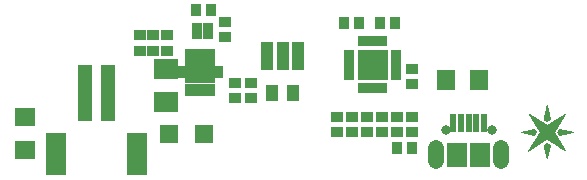
<source format=gbs>
G75*
G70*
%OFA0B0*%
%FSLAX24Y24*%
%IPPOS*%
%LPD*%
%AMOC8*
5,1,8,0,0,1.08239X$1,22.5*
%
%ADD10C,0.0010*%
%ADD11R,0.0198X0.0375*%
%ADD12R,0.0375X0.0198*%
%ADD13R,0.1024X0.1024*%
%ADD14R,0.0197X0.0415*%
%ADD15R,0.1025X0.0730*%
%ADD16R,0.0356X0.0190*%
%ADD17R,0.0592X0.0592*%
%ADD18R,0.0434X0.0356*%
%ADD19R,0.0356X0.0434*%
%ADD20R,0.0395X0.0552*%
%ADD21R,0.0474X0.1891*%
%ADD22R,0.0710X0.1419*%
%ADD23R,0.0710X0.0631*%
%ADD24R,0.0631X0.0710*%
%ADD25R,0.0789X0.0710*%
%ADD26R,0.0237X0.0611*%
%ADD27R,0.0671X0.0828*%
%ADD28C,0.0316*%
%ADD29C,0.0517*%
%ADD30R,0.0330X0.0580*%
%ADD31R,0.0395X0.0946*%
D10*
X021140Y002760D02*
X021580Y002850D01*
X021640Y002760D01*
X021580Y002670D01*
X021140Y002760D01*
X021152Y002758D02*
X021638Y002758D01*
X021636Y002766D02*
X021170Y002766D01*
X021194Y002749D02*
X021633Y002749D01*
X021627Y002741D02*
X021235Y002741D01*
X021211Y002775D02*
X021630Y002775D01*
X021625Y002783D02*
X021253Y002783D01*
X021294Y002792D02*
X021619Y002792D01*
X021613Y002800D02*
X021336Y002800D01*
X021377Y002809D02*
X021608Y002809D01*
X021602Y002817D02*
X021419Y002817D01*
X021460Y002826D02*
X021596Y002826D01*
X021591Y002834D02*
X021502Y002834D01*
X021544Y002843D02*
X021585Y002843D01*
X021621Y002732D02*
X021277Y002732D01*
X021318Y002724D02*
X021616Y002724D01*
X021610Y002715D02*
X021360Y002715D01*
X021401Y002707D02*
X021604Y002707D01*
X021599Y002698D02*
X021443Y002698D01*
X021484Y002690D02*
X021593Y002690D01*
X021587Y002681D02*
X021526Y002681D01*
X021568Y002673D02*
X021582Y002673D01*
X021681Y002605D02*
X022325Y002605D01*
X022320Y002613D02*
X021687Y002613D01*
X021692Y002622D02*
X022315Y002622D01*
X022310Y002630D02*
X021697Y002630D01*
X021703Y002639D02*
X022304Y002639D01*
X022299Y002647D02*
X021708Y002647D01*
X021714Y002656D02*
X022294Y002656D01*
X022289Y002664D02*
X021719Y002664D01*
X021724Y002673D02*
X022284Y002673D01*
X022278Y002681D02*
X021730Y002681D01*
X021735Y002690D02*
X022273Y002690D01*
X022268Y002698D02*
X021741Y002698D01*
X021746Y002707D02*
X022263Y002707D01*
X022258Y002715D02*
X021751Y002715D01*
X021757Y002724D02*
X022252Y002724D01*
X022247Y002732D02*
X021762Y002732D01*
X021768Y002741D02*
X022242Y002741D01*
X022237Y002749D02*
X021773Y002749D01*
X021778Y002758D02*
X022232Y002758D01*
X022230Y002760D02*
X022610Y002140D01*
X022000Y002540D01*
X021380Y002130D01*
X021780Y002760D01*
X021400Y003370D01*
X022000Y002980D01*
X022610Y003360D01*
X022230Y002760D01*
X022234Y002766D02*
X021776Y002766D01*
X021771Y002775D02*
X022239Y002775D01*
X022245Y002783D02*
X021766Y002783D01*
X021760Y002792D02*
X022250Y002792D01*
X022255Y002800D02*
X021755Y002800D01*
X021750Y002809D02*
X022261Y002809D01*
X022266Y002817D02*
X021744Y002817D01*
X021739Y002826D02*
X022272Y002826D01*
X022277Y002834D02*
X021734Y002834D01*
X021729Y002843D02*
X022282Y002843D01*
X022288Y002851D02*
X021723Y002851D01*
X021718Y002860D02*
X022293Y002860D01*
X022298Y002868D02*
X021713Y002868D01*
X021707Y002877D02*
X022304Y002877D01*
X022309Y002885D02*
X021702Y002885D01*
X021697Y002894D02*
X022315Y002894D01*
X022320Y002902D02*
X021692Y002902D01*
X021686Y002911D02*
X022325Y002911D01*
X022331Y002919D02*
X021681Y002919D01*
X021676Y002928D02*
X022336Y002928D01*
X022342Y002936D02*
X021670Y002936D01*
X021665Y002945D02*
X022347Y002945D01*
X022352Y002953D02*
X021660Y002953D01*
X021654Y002962D02*
X022358Y002962D01*
X022363Y002970D02*
X021649Y002970D01*
X021644Y002979D02*
X022368Y002979D01*
X022374Y002987D02*
X022011Y002987D01*
X022025Y002996D02*
X022379Y002996D01*
X022385Y003004D02*
X022039Y003004D01*
X022052Y003013D02*
X022390Y003013D01*
X022395Y003021D02*
X022066Y003021D01*
X022080Y003030D02*
X022401Y003030D01*
X022406Y003038D02*
X022093Y003038D01*
X022107Y003047D02*
X022411Y003047D01*
X022417Y003055D02*
X022120Y003055D01*
X022134Y003064D02*
X022422Y003064D01*
X022428Y003072D02*
X022148Y003072D01*
X022161Y003081D02*
X022433Y003081D01*
X022438Y003089D02*
X022175Y003089D01*
X022189Y003098D02*
X022444Y003098D01*
X022449Y003106D02*
X022202Y003106D01*
X022216Y003115D02*
X022455Y003115D01*
X022460Y003123D02*
X022230Y003123D01*
X022243Y003132D02*
X022465Y003132D01*
X022471Y003140D02*
X022257Y003140D01*
X022271Y003149D02*
X022476Y003149D01*
X022481Y003157D02*
X022284Y003157D01*
X022298Y003166D02*
X022487Y003166D01*
X022492Y003174D02*
X022312Y003174D01*
X022325Y003183D02*
X022498Y003183D01*
X022503Y003191D02*
X022339Y003191D01*
X022352Y003200D02*
X022508Y003200D01*
X022514Y003208D02*
X022366Y003208D01*
X022380Y003217D02*
X022519Y003217D01*
X022525Y003225D02*
X022393Y003225D01*
X022407Y003234D02*
X022530Y003234D01*
X022535Y003242D02*
X022421Y003242D01*
X022434Y003251D02*
X022541Y003251D01*
X022546Y003259D02*
X022448Y003259D01*
X022462Y003268D02*
X022551Y003268D01*
X022557Y003276D02*
X022475Y003276D01*
X022489Y003285D02*
X022562Y003285D01*
X022568Y003293D02*
X022503Y003293D01*
X022516Y003302D02*
X022573Y003302D01*
X022578Y003310D02*
X022530Y003310D01*
X022543Y003319D02*
X022584Y003319D01*
X022589Y003327D02*
X022557Y003327D01*
X022571Y003336D02*
X022595Y003336D01*
X022600Y003344D02*
X022584Y003344D01*
X022598Y003353D02*
X022605Y003353D01*
X022502Y002834D02*
X022409Y002834D01*
X022404Y002826D02*
X022545Y002826D01*
X022588Y002817D02*
X022398Y002817D01*
X022392Y002809D02*
X022632Y002809D01*
X022675Y002800D02*
X022387Y002800D01*
X022381Y002792D02*
X022719Y002792D01*
X022762Y002783D02*
X022375Y002783D01*
X022370Y002775D02*
X022806Y002775D01*
X022824Y002749D02*
X022367Y002749D01*
X022362Y002758D02*
X022867Y002758D01*
X022880Y002760D02*
X022420Y002850D01*
X022360Y002760D01*
X022420Y002670D01*
X022880Y002760D01*
X022849Y002766D02*
X022364Y002766D01*
X022373Y002741D02*
X022781Y002741D01*
X022737Y002732D02*
X022379Y002732D01*
X022384Y002724D02*
X022694Y002724D01*
X022650Y002715D02*
X022390Y002715D01*
X022396Y002707D02*
X022607Y002707D01*
X022563Y002698D02*
X022401Y002698D01*
X022407Y002690D02*
X022520Y002690D01*
X022476Y002681D02*
X022413Y002681D01*
X022418Y002673D02*
X022433Y002673D01*
X022330Y002596D02*
X021676Y002596D01*
X021671Y002588D02*
X022336Y002588D01*
X022341Y002579D02*
X021665Y002579D01*
X021660Y002571D02*
X022346Y002571D01*
X022351Y002562D02*
X021654Y002562D01*
X021649Y002554D02*
X022357Y002554D01*
X022362Y002545D02*
X021644Y002545D01*
X021638Y002537D02*
X021995Y002537D01*
X022005Y002537D02*
X022367Y002537D01*
X022372Y002528D02*
X022018Y002528D01*
X022031Y002520D02*
X022377Y002520D01*
X022383Y002511D02*
X022044Y002511D01*
X022057Y002503D02*
X022388Y002503D01*
X022393Y002494D02*
X022070Y002494D01*
X022083Y002486D02*
X022398Y002486D01*
X022403Y002477D02*
X022096Y002477D01*
X022109Y002469D02*
X022409Y002469D01*
X022414Y002460D02*
X022122Y002460D01*
X022135Y002452D02*
X022419Y002452D01*
X022424Y002443D02*
X022148Y002443D01*
X022161Y002435D02*
X022429Y002435D01*
X022435Y002426D02*
X022174Y002426D01*
X022187Y002418D02*
X022440Y002418D01*
X022445Y002409D02*
X022200Y002409D01*
X022213Y002401D02*
X022450Y002401D01*
X022456Y002392D02*
X022226Y002392D01*
X022239Y002384D02*
X022461Y002384D01*
X022466Y002375D02*
X022252Y002375D01*
X022265Y002367D02*
X022471Y002367D01*
X022476Y002358D02*
X022277Y002358D01*
X022290Y002350D02*
X022482Y002350D01*
X022487Y002341D02*
X022303Y002341D01*
X022316Y002333D02*
X022492Y002333D01*
X022497Y002324D02*
X022329Y002324D01*
X022342Y002316D02*
X022502Y002316D01*
X022508Y002307D02*
X022355Y002307D01*
X022368Y002299D02*
X022513Y002299D01*
X022518Y002290D02*
X022381Y002290D01*
X022394Y002282D02*
X022523Y002282D01*
X022528Y002273D02*
X022407Y002273D01*
X022420Y002265D02*
X022534Y002265D01*
X022539Y002256D02*
X022433Y002256D01*
X022446Y002248D02*
X022544Y002248D01*
X022549Y002239D02*
X022459Y002239D01*
X022472Y002231D02*
X022555Y002231D01*
X022560Y002222D02*
X022485Y002222D01*
X022498Y002214D02*
X022565Y002214D01*
X022570Y002205D02*
X022511Y002205D01*
X022524Y002197D02*
X022575Y002197D01*
X022581Y002188D02*
X022537Y002188D01*
X022550Y002180D02*
X022586Y002180D01*
X022591Y002171D02*
X022563Y002171D01*
X022576Y002163D02*
X022596Y002163D01*
X022601Y002154D02*
X022589Y002154D01*
X022602Y002146D02*
X022607Y002146D01*
X022087Y002265D02*
X021913Y002265D01*
X021911Y002273D02*
X022089Y002273D01*
X022091Y002282D02*
X021909Y002282D01*
X021907Y002290D02*
X022093Y002290D01*
X022095Y002299D02*
X021905Y002299D01*
X021903Y002307D02*
X022097Y002307D01*
X022099Y002316D02*
X021901Y002316D01*
X021900Y002320D02*
X022000Y002390D01*
X022100Y002320D01*
X022000Y001880D01*
X021900Y002320D01*
X021906Y002324D02*
X022094Y002324D01*
X022082Y002333D02*
X021918Y002333D01*
X021930Y002341D02*
X022070Y002341D01*
X022058Y002350D02*
X021942Y002350D01*
X021954Y002358D02*
X022046Y002358D01*
X022034Y002367D02*
X021966Y002367D01*
X021979Y002375D02*
X022021Y002375D01*
X022009Y002384D02*
X021991Y002384D01*
X021918Y002486D02*
X021606Y002486D01*
X021611Y002494D02*
X021931Y002494D01*
X021943Y002503D02*
X021617Y002503D01*
X021622Y002511D02*
X021956Y002511D01*
X021969Y002520D02*
X021627Y002520D01*
X021633Y002528D02*
X021982Y002528D01*
X021905Y002477D02*
X021600Y002477D01*
X021595Y002469D02*
X021892Y002469D01*
X021879Y002460D02*
X021590Y002460D01*
X021584Y002452D02*
X021866Y002452D01*
X021853Y002443D02*
X021579Y002443D01*
X021573Y002435D02*
X021841Y002435D01*
X021828Y002426D02*
X021568Y002426D01*
X021563Y002418D02*
X021815Y002418D01*
X021802Y002409D02*
X021557Y002409D01*
X021552Y002401D02*
X021789Y002401D01*
X021776Y002392D02*
X021546Y002392D01*
X021541Y002384D02*
X021763Y002384D01*
X021751Y002375D02*
X021536Y002375D01*
X021530Y002367D02*
X021738Y002367D01*
X021725Y002358D02*
X021525Y002358D01*
X021519Y002350D02*
X021712Y002350D01*
X021699Y002341D02*
X021514Y002341D01*
X021509Y002333D02*
X021686Y002333D01*
X021673Y002324D02*
X021503Y002324D01*
X021498Y002316D02*
X021661Y002316D01*
X021648Y002307D02*
X021492Y002307D01*
X021487Y002299D02*
X021635Y002299D01*
X021622Y002290D02*
X021482Y002290D01*
X021476Y002282D02*
X021609Y002282D01*
X021596Y002273D02*
X021471Y002273D01*
X021465Y002265D02*
X021583Y002265D01*
X021571Y002256D02*
X021460Y002256D01*
X021455Y002248D02*
X021558Y002248D01*
X021545Y002239D02*
X021449Y002239D01*
X021444Y002231D02*
X021532Y002231D01*
X021519Y002222D02*
X021438Y002222D01*
X021433Y002214D02*
X021506Y002214D01*
X021493Y002205D02*
X021428Y002205D01*
X021422Y002197D02*
X021481Y002197D01*
X021468Y002188D02*
X021417Y002188D01*
X021411Y002180D02*
X021455Y002180D01*
X021442Y002171D02*
X021406Y002171D01*
X021401Y002163D02*
X021429Y002163D01*
X021416Y002154D02*
X021395Y002154D01*
X021390Y002146D02*
X021403Y002146D01*
X021391Y002137D02*
X021384Y002137D01*
X021915Y002256D02*
X022085Y002256D01*
X022084Y002248D02*
X021916Y002248D01*
X021918Y002239D02*
X022082Y002239D01*
X022080Y002231D02*
X021920Y002231D01*
X021922Y002222D02*
X022078Y002222D01*
X022076Y002214D02*
X021924Y002214D01*
X021926Y002205D02*
X022074Y002205D01*
X022072Y002197D02*
X021928Y002197D01*
X021930Y002188D02*
X022070Y002188D01*
X022068Y002180D02*
X021932Y002180D01*
X021934Y002171D02*
X022066Y002171D01*
X022064Y002163D02*
X021936Y002163D01*
X021938Y002154D02*
X022062Y002154D01*
X022060Y002146D02*
X021940Y002146D01*
X021942Y002137D02*
X022058Y002137D01*
X022056Y002129D02*
X021944Y002129D01*
X021945Y002120D02*
X022055Y002120D01*
X022053Y002112D02*
X021947Y002112D01*
X021949Y002103D02*
X022051Y002103D01*
X022049Y002095D02*
X021951Y002095D01*
X021953Y002086D02*
X022047Y002086D01*
X022045Y002078D02*
X021955Y002078D01*
X021957Y002069D02*
X022043Y002069D01*
X022041Y002061D02*
X021959Y002061D01*
X021961Y002052D02*
X022039Y002052D01*
X022037Y002044D02*
X021963Y002044D01*
X021965Y002035D02*
X022035Y002035D01*
X022033Y002027D02*
X021967Y002027D01*
X021969Y002018D02*
X022031Y002018D01*
X022029Y002010D02*
X021971Y002010D01*
X021972Y002001D02*
X022028Y002001D01*
X022026Y001993D02*
X021974Y001993D01*
X021976Y001984D02*
X022024Y001984D01*
X022022Y001976D02*
X021978Y001976D01*
X021980Y001967D02*
X022020Y001967D01*
X022018Y001959D02*
X021982Y001959D01*
X021984Y001950D02*
X022016Y001950D01*
X022014Y001942D02*
X021986Y001942D01*
X021988Y001933D02*
X022012Y001933D01*
X022010Y001925D02*
X021990Y001925D01*
X021992Y001916D02*
X022008Y001916D01*
X022006Y001908D02*
X021994Y001908D01*
X021996Y001899D02*
X022004Y001899D01*
X022002Y001891D02*
X021998Y001891D01*
X022000Y001882D02*
X022000Y001882D01*
X022415Y002843D02*
X022458Y002843D01*
X022100Y003180D02*
X022000Y003120D01*
X021900Y003180D01*
X022000Y003640D01*
X022100Y003180D01*
X022099Y003183D02*
X021901Y003183D01*
X021902Y003191D02*
X022098Y003191D01*
X022096Y003200D02*
X021904Y003200D01*
X021906Y003208D02*
X022094Y003208D01*
X022092Y003217D02*
X021908Y003217D01*
X021910Y003225D02*
X022090Y003225D01*
X022088Y003234D02*
X021912Y003234D01*
X021913Y003242D02*
X022087Y003242D01*
X022085Y003251D02*
X021915Y003251D01*
X021917Y003259D02*
X022083Y003259D01*
X022081Y003268D02*
X021919Y003268D01*
X021921Y003276D02*
X022079Y003276D01*
X022077Y003285D02*
X021923Y003285D01*
X021925Y003293D02*
X022075Y003293D01*
X022074Y003302D02*
X021926Y003302D01*
X021928Y003310D02*
X022072Y003310D01*
X022070Y003319D02*
X021930Y003319D01*
X021932Y003327D02*
X022068Y003327D01*
X022066Y003336D02*
X021934Y003336D01*
X021936Y003344D02*
X022064Y003344D01*
X022062Y003353D02*
X021938Y003353D01*
X021939Y003361D02*
X022061Y003361D01*
X022059Y003370D02*
X021941Y003370D01*
X021943Y003378D02*
X022057Y003378D01*
X022055Y003387D02*
X021945Y003387D01*
X021947Y003395D02*
X022053Y003395D01*
X022051Y003404D02*
X021949Y003404D01*
X021950Y003412D02*
X022050Y003412D01*
X022048Y003421D02*
X021952Y003421D01*
X021954Y003429D02*
X022046Y003429D01*
X022044Y003438D02*
X021956Y003438D01*
X021958Y003446D02*
X022042Y003446D01*
X022040Y003455D02*
X021960Y003455D01*
X021962Y003463D02*
X022038Y003463D01*
X022037Y003472D02*
X021963Y003472D01*
X021965Y003480D02*
X022035Y003480D01*
X022033Y003489D02*
X021967Y003489D01*
X021969Y003497D02*
X022031Y003497D01*
X022029Y003506D02*
X021971Y003506D01*
X021973Y003514D02*
X022027Y003514D01*
X022026Y003523D02*
X021974Y003523D01*
X021976Y003531D02*
X022024Y003531D01*
X022022Y003540D02*
X021978Y003540D01*
X021980Y003548D02*
X022020Y003548D01*
X022018Y003557D02*
X021982Y003557D01*
X021984Y003565D02*
X022016Y003565D01*
X022014Y003574D02*
X021986Y003574D01*
X021987Y003582D02*
X022013Y003582D01*
X022011Y003591D02*
X021989Y003591D01*
X021991Y003599D02*
X022009Y003599D01*
X022007Y003608D02*
X021993Y003608D01*
X021995Y003616D02*
X022005Y003616D01*
X022003Y003625D02*
X021997Y003625D01*
X021998Y003633D02*
X022002Y003633D01*
X021597Y003242D02*
X021480Y003242D01*
X021485Y003234D02*
X021610Y003234D01*
X021623Y003225D02*
X021490Y003225D01*
X021496Y003217D02*
X021636Y003217D01*
X021649Y003208D02*
X021501Y003208D01*
X021506Y003200D02*
X021662Y003200D01*
X021675Y003191D02*
X021511Y003191D01*
X021517Y003183D02*
X021688Y003183D01*
X021701Y003174D02*
X021522Y003174D01*
X021527Y003166D02*
X021715Y003166D01*
X021728Y003157D02*
X021533Y003157D01*
X021538Y003149D02*
X021741Y003149D01*
X021754Y003140D02*
X021543Y003140D01*
X021549Y003132D02*
X021767Y003132D01*
X021780Y003123D02*
X021554Y003123D01*
X021559Y003115D02*
X021793Y003115D01*
X021806Y003106D02*
X021564Y003106D01*
X021570Y003098D02*
X021819Y003098D01*
X021832Y003089D02*
X021575Y003089D01*
X021580Y003081D02*
X021845Y003081D01*
X021858Y003072D02*
X021586Y003072D01*
X021591Y003064D02*
X021871Y003064D01*
X021885Y003055D02*
X021596Y003055D01*
X021601Y003047D02*
X021898Y003047D01*
X021911Y003038D02*
X021607Y003038D01*
X021612Y003030D02*
X021924Y003030D01*
X021937Y003021D02*
X021617Y003021D01*
X021623Y003013D02*
X021950Y003013D01*
X021963Y003004D02*
X021628Y003004D01*
X021633Y002996D02*
X021976Y002996D01*
X021989Y002987D02*
X021639Y002987D01*
X021910Y003174D02*
X022090Y003174D01*
X022076Y003166D02*
X021924Y003166D01*
X021938Y003157D02*
X022062Y003157D01*
X022048Y003149D02*
X021952Y003149D01*
X021967Y003140D02*
X022033Y003140D01*
X022019Y003132D02*
X021981Y003132D01*
X021995Y003123D02*
X022005Y003123D01*
X021584Y003251D02*
X021474Y003251D01*
X021469Y003259D02*
X021571Y003259D01*
X021558Y003268D02*
X021464Y003268D01*
X021459Y003276D02*
X021545Y003276D01*
X021531Y003285D02*
X021453Y003285D01*
X021448Y003293D02*
X021518Y003293D01*
X021505Y003302D02*
X021443Y003302D01*
X021437Y003310D02*
X021492Y003310D01*
X021479Y003319D02*
X021432Y003319D01*
X021427Y003327D02*
X021466Y003327D01*
X021453Y003336D02*
X021421Y003336D01*
X021416Y003344D02*
X021440Y003344D01*
X021427Y003353D02*
X021411Y003353D01*
X021414Y003361D02*
X021406Y003361D01*
X021400Y003370D02*
X021401Y003370D01*
D11*
X016594Y004213D03*
X016397Y004213D03*
X016200Y004213D03*
X016003Y004213D03*
X015806Y004213D03*
X015806Y005787D03*
X016003Y005787D03*
X016200Y005787D03*
X016397Y005787D03*
X016594Y005787D03*
D12*
X016987Y005394D03*
X016987Y005197D03*
X016987Y005000D03*
X016987Y004803D03*
X016987Y004606D03*
X015413Y004606D03*
X015413Y004803D03*
X015413Y005000D03*
X015413Y005197D03*
X015413Y005394D03*
D13*
X016200Y005000D03*
D14*
X010844Y005331D03*
X010647Y005331D03*
X010450Y005331D03*
X010253Y005331D03*
X010056Y005331D03*
X010056Y004169D03*
X010253Y004169D03*
X010450Y004169D03*
X010647Y004169D03*
X010844Y004169D03*
D15*
X010450Y004750D03*
D16*
X009859Y004652D03*
X009859Y004848D03*
X011041Y004848D03*
X011041Y004652D03*
D17*
X010591Y002700D03*
X009409Y002700D03*
D18*
X011600Y003894D03*
X012150Y003894D03*
X012150Y004406D03*
X011600Y004406D03*
X011280Y005924D03*
X011280Y006436D03*
X009330Y005976D03*
X008890Y005976D03*
X008440Y005976D03*
X008440Y005464D03*
X008890Y005464D03*
X009330Y005464D03*
X015000Y003256D03*
X015500Y003256D03*
X016000Y003256D03*
X016500Y003256D03*
X017000Y003256D03*
X017500Y003256D03*
X017500Y002744D03*
X017000Y002744D03*
X016500Y002744D03*
X016000Y002744D03*
X015500Y002744D03*
X015000Y002744D03*
X017500Y004344D03*
X017500Y004856D03*
D19*
X016956Y006400D03*
X016444Y006400D03*
X015756Y006400D03*
X015244Y006400D03*
X010816Y006810D03*
X010304Y006810D03*
X017004Y002220D03*
X017516Y002220D03*
D20*
X013554Y004050D03*
X012846Y004050D03*
D21*
X007394Y004057D03*
X006606Y004057D03*
D22*
X005661Y002009D03*
X008339Y002009D03*
D23*
X004600Y002149D03*
X004600Y003251D03*
D24*
X018649Y004500D03*
X019751Y004500D03*
D25*
X009300Y004851D03*
X009300Y003749D03*
D26*
X018888Y003053D03*
X019144Y003053D03*
X019400Y003053D03*
X019656Y003053D03*
X019912Y003053D03*
D27*
X019794Y002000D03*
X019006Y002004D03*
D28*
X018632Y002827D03*
X020168Y002827D03*
D29*
X020493Y002218D02*
X020493Y001782D01*
X018307Y001782D02*
X018307Y002218D01*
D30*
X010697Y006120D03*
X010343Y006120D03*
D31*
X012669Y005300D03*
X013200Y005300D03*
X013712Y005300D03*
M02*

</source>
